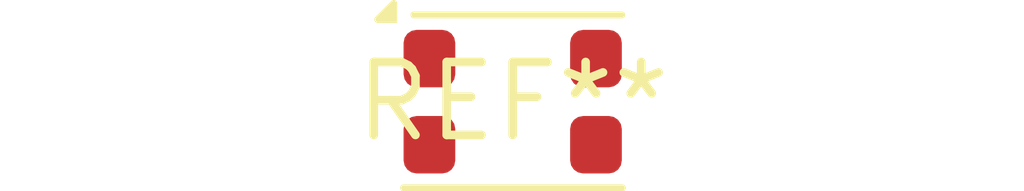
<source format=kicad_pcb>
(kicad_pcb (version 20240108) (generator pcbnew)
  (layers (0 "F.Cu" signal) (31 "B.Cu" signal) (34 "B.Paste" user) (35 "F.Paste" user) (36 "B.SilkS" user "B.Silkscreen") (37 "F.SilkS" user "F.Silkscreen") (38 "B.Mask" user) (39 "F.Mask" user) (44 "Edge.Cuts" user))
  (net 0 "")
  (footprint "AMS_TSL2550_SMD" (layer "F.Cu") (at 0 0)
    (property "Reference" "REF**")
    (property "Value" "AMS_TSL2550_SMD")
    (fp_line (start -1.9 1.5) (end 1.91 1.5) (layer "F.SilkS") (stroke (width 0.12)))
    (fp_line (start -1.72 -1.51) (end 1.9 -1.51) (layer "F.SilkS") (stroke (width 0.12)))
    (fp_poly (pts (xy -2.07 -1.43) (xy -2.35 -1.43) (xy -2.07 -1.71) (xy -2.07 -1.43)) (layer "F.SilkS") (stroke (width 0.12)) (fill solid))
    (pad "1" smd roundrect (at -1.45 -0.75) (size 0.9 1) (layers "F.Cu" "F.Paste" "F.Mask"))
    (pad "2" smd roundrect (at -1.45 0.75) (size 0.9 1) (layers "F.Cu" "F.Paste" "F.Mask"))
    (pad "3" smd roundrect (at 1.45 0.75) (size 0.9 1) (layers "F.Cu" "F.Paste" "F.Mask"))
    (pad "4" smd roundrect (at 1.45 -0.75) (size 0.9 1) (layers "F.Cu" "F.Paste" "F.Mask"))
  )
)
</source>
